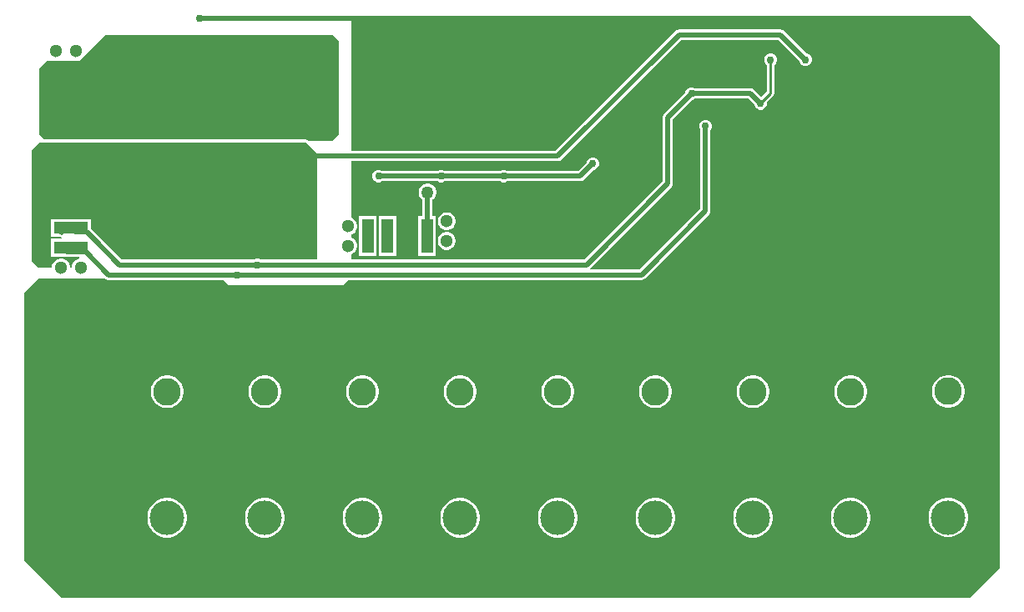
<source format=gbr>
%TF.GenerationSoftware,Altium Limited,Altium Designer,23.4.1 (23)*%
G04 Layer_Physical_Order=2*
G04 Layer_Color=16711680*
%FSLAX45Y45*%
%MOMM*%
%TF.SameCoordinates,D7948EBF-BAFE-4555-BCF9-67E6E8CB6B5E*%
%TF.FilePolarity,Positive*%
%TF.FileFunction,Copper,L2,Bot,Signal*%
%TF.Part,Single*%
G01*
G75*
%TA.AperFunction,Conductor*%
%ADD29C,0.25400*%
%ADD30C,0.50800*%
%TA.AperFunction,ComponentPad*%
%ADD32C,1.30000*%
%ADD33C,2.80000*%
%ADD34C,3.50000*%
%ADD35C,6.10000*%
%TA.AperFunction,ViaPad*%
%ADD36C,0.76200*%
%ADD37C,1.27000*%
%TA.AperFunction,SMDPad,CuDef*%
%ADD38R,1.30000X3.50000*%
%ADD39R,3.50000X1.30000*%
%ADD40R,8.75000X5.20000*%
G36*
X12611100Y8336815D02*
Y5054600D01*
D01*
X12611100Y3035300D01*
X12306299Y2730500D01*
X3098800Y2730501D01*
X2717800Y3111501D01*
Y5829301D01*
X2857500Y5969001D01*
X3136900Y5969001D01*
X3534282D01*
X3548879Y5959247D01*
X3568700Y5955305D01*
X4738096D01*
X4787901Y5905500D01*
X5949950D01*
X5999755Y5955305D01*
X8978900D01*
X8998721Y5959247D01*
X9015525Y5970475D01*
X9663225Y6618175D01*
X9674453Y6634979D01*
X9678395Y6654800D01*
X9678395Y6654801D01*
Y7480392D01*
X9680433Y7482430D01*
X9690100Y7505769D01*
Y7531031D01*
X9680433Y7554370D01*
X9662570Y7572233D01*
X9639231Y7581900D01*
X9613969D01*
X9590630Y7572233D01*
X9572767Y7554370D01*
X9563100Y7531031D01*
Y7505769D01*
X9572767Y7482430D01*
X9574805Y7480392D01*
Y6676254D01*
X8957446Y6058895D01*
X8459859D01*
X8456006Y6071595D01*
X8456725Y6072075D01*
X9282225Y6897575D01*
X9293453Y6914379D01*
X9297395Y6934200D01*
Y7585846D01*
X9496650Y7785100D01*
X9499531D01*
X9522870Y7794767D01*
X9524908Y7796805D01*
X10062346D01*
X10121900Y7737250D01*
Y7734369D01*
X10131567Y7711030D01*
X10149430Y7693167D01*
X10172769Y7683500D01*
X10198031D01*
X10221370Y7693167D01*
X10239233Y7711030D01*
X10248900Y7734369D01*
Y7755563D01*
X10314469Y7821131D01*
X10322889Y7833734D01*
X10325847Y7848600D01*
Y8140544D01*
X10340833Y8155530D01*
X10350500Y8178869D01*
Y8204131D01*
X10340833Y8227470D01*
X10322970Y8245333D01*
X10299631Y8255000D01*
X10274369D01*
X10251030Y8245333D01*
X10233167Y8227470D01*
X10223500Y8204131D01*
Y8178869D01*
X10233167Y8155530D01*
X10248153Y8140544D01*
Y7864691D01*
X10194556Y7811093D01*
X10120425Y7885225D01*
X10103621Y7896453D01*
X10083800Y7900395D01*
X9524908D01*
X9522870Y7902433D01*
X9499531Y7912100D01*
X9474269D01*
X9450930Y7902433D01*
X9433067Y7884570D01*
X9423400Y7861231D01*
Y7858350D01*
X9208975Y7643925D01*
X9197747Y7627121D01*
X9193805Y7607300D01*
Y6955654D01*
X8398646Y6160495D01*
X6038850D01*
Y6217459D01*
X6057907Y6228462D01*
X6074738Y6245293D01*
X6086639Y6265907D01*
X6092800Y6288899D01*
Y6312701D01*
X6086639Y6335693D01*
X6074738Y6356307D01*
X6057907Y6373138D01*
X6038850Y6384140D01*
Y6417460D01*
X6057907Y6428462D01*
X6074738Y6445293D01*
X6086639Y6465907D01*
X6092800Y6488899D01*
Y6512701D01*
X6086639Y6535693D01*
X6074738Y6556307D01*
X6057907Y6573138D01*
X6038850Y6584141D01*
Y7161805D01*
X8128000D01*
X8147821Y7165747D01*
X8164625Y7176975D01*
X9381354Y8393705D01*
X10367146D01*
X10579100Y8181751D01*
Y8178869D01*
X10588767Y8155530D01*
X10606630Y8137667D01*
X10629969Y8128000D01*
X10655231D01*
X10678570Y8137667D01*
X10696433Y8155530D01*
X10706100Y8178869D01*
Y8204131D01*
X10696433Y8227470D01*
X10678570Y8245333D01*
X10655231Y8255000D01*
X10652349D01*
X10425225Y8482125D01*
X10408421Y8493353D01*
X10388600Y8497295D01*
X9359900D01*
X9340079Y8493353D01*
X9323275Y8482125D01*
X8106546Y7265395D01*
X6038850D01*
Y8636000D01*
X12311916D01*
X12611100Y8336815D01*
D02*
G37*
G36*
X5905500Y8382000D02*
Y7429500D01*
X5842000Y7366000D01*
X5599225D01*
X5593612Y7371612D01*
X5585211Y7377226D01*
X5575300Y7379198D01*
X2920502D01*
X2870200Y7429500D01*
Y8102600D01*
X2946400Y8178800D01*
X3276600D01*
X3543300Y8445500D01*
X5842000D01*
X5905500Y8382000D01*
D02*
G37*
G36*
X5689600Y7239000D02*
Y6160495D01*
X5118008D01*
X5115970Y6162533D01*
X5092631Y6172200D01*
X5067369D01*
X5044030Y6162533D01*
X5041992Y6160495D01*
X3704454D01*
X3456634Y6408315D01*
X3452925Y6413867D01*
X3452924Y6413868D01*
X3389700Y6477092D01*
Y6573700D01*
X2988900D01*
Y6392900D01*
X3075511D01*
X3080379Y6389647D01*
X3096704Y6386400D01*
X3095453Y6373700D01*
X2988900D01*
Y6192900D01*
X3126411D01*
X3131279Y6189647D01*
X3151100Y6185705D01*
X3273132D01*
X3274804Y6173005D01*
X3254407Y6167539D01*
X3233793Y6155638D01*
X3216962Y6138807D01*
X3205061Y6118193D01*
X3198900Y6095201D01*
Y6083300D01*
X3179700D01*
Y6095201D01*
X3173539Y6118193D01*
X3161638Y6138807D01*
X3144807Y6155638D01*
X3124193Y6167539D01*
X3101201Y6173700D01*
X3077398D01*
X3054407Y6167539D01*
X3033793Y6155638D01*
X3016962Y6138807D01*
X3005061Y6118193D01*
X2998900Y6095201D01*
Y6083300D01*
X2857500D01*
X2794000Y6146800D01*
Y7277100D01*
X2870200Y7353300D01*
X5575300D01*
X5689600Y7239000D01*
D02*
G37*
%LPC*%
G36*
X8496231Y7200900D02*
X8470969D01*
X8447630Y7191233D01*
X8429767Y7173370D01*
X8420100Y7150031D01*
Y7147150D01*
X8335146Y7062195D01*
X7619908D01*
X7617870Y7064233D01*
X7594531Y7073900D01*
X7569269D01*
X7545930Y7064233D01*
X7543892Y7062195D01*
X6984908D01*
X6982870Y7064233D01*
X6959531Y7073900D01*
X6934269D01*
X6910930Y7064233D01*
X6908892Y7062195D01*
X6349908D01*
X6347870Y7064233D01*
X6324531Y7073900D01*
X6299269D01*
X6275930Y7064233D01*
X6258067Y7046370D01*
X6248400Y7023031D01*
Y6997769D01*
X6258067Y6974430D01*
X6275930Y6956567D01*
X6299269Y6946900D01*
X6324531D01*
X6347870Y6956567D01*
X6349908Y6958605D01*
X6908892D01*
X6910930Y6956567D01*
X6934269Y6946900D01*
X6959531D01*
X6982870Y6956567D01*
X6984908Y6958605D01*
X7543892D01*
X7545930Y6956567D01*
X7569269Y6946900D01*
X7594531D01*
X7617870Y6956567D01*
X7619908Y6958605D01*
X8356600D01*
X8376421Y6962547D01*
X8393225Y6973775D01*
X8493350Y7073900D01*
X8496231D01*
X8519570Y7083567D01*
X8537433Y7101430D01*
X8547100Y7124769D01*
Y7150031D01*
X8537433Y7173370D01*
X8519570Y7191233D01*
X8496231Y7200900D01*
D02*
G37*
G36*
X7014301Y6641200D02*
X6990499D01*
X6967507Y6635039D01*
X6946893Y6623138D01*
X6930062Y6606307D01*
X6918161Y6585693D01*
X6912000Y6562701D01*
Y6538899D01*
X6918161Y6515907D01*
X6930062Y6495293D01*
X6946893Y6478462D01*
X6967507Y6466561D01*
X6990499Y6460400D01*
X7014301D01*
X7037293Y6466561D01*
X7057907Y6478462D01*
X7074738Y6495293D01*
X7086639Y6515907D01*
X7092800Y6538899D01*
Y6562701D01*
X7086639Y6585693D01*
X7074738Y6606307D01*
X7057907Y6623138D01*
X7037293Y6635039D01*
X7014301Y6641200D01*
D02*
G37*
G36*
Y6441200D02*
X6990499D01*
X6967507Y6435039D01*
X6946893Y6423138D01*
X6930062Y6406307D01*
X6918161Y6385693D01*
X6912000Y6362702D01*
Y6338899D01*
X6918161Y6315907D01*
X6930062Y6295293D01*
X6946893Y6278462D01*
X6967507Y6266561D01*
X6990499Y6260400D01*
X7014301D01*
X7037293Y6266561D01*
X7057907Y6278462D01*
X7074738Y6295293D01*
X7086639Y6315907D01*
X7092800Y6338899D01*
Y6362702D01*
X7086639Y6385693D01*
X7074738Y6406307D01*
X7057907Y6423138D01*
X7037293Y6435039D01*
X7014301Y6441200D01*
D02*
G37*
G36*
X6818904Y6934200D02*
X6795496D01*
X6772886Y6928142D01*
X6752614Y6916438D01*
X6736062Y6899886D01*
X6724358Y6879614D01*
X6718300Y6857004D01*
Y6833596D01*
X6724358Y6810986D01*
X6736062Y6790714D01*
X6752614Y6774162D01*
X6753005Y6773937D01*
Y6601200D01*
X6712000D01*
Y6200400D01*
X6892800D01*
Y6601200D01*
X6856595D01*
Y6771165D01*
X6861786Y6774162D01*
X6878338Y6790714D01*
X6890042Y6810986D01*
X6896100Y6833596D01*
Y6857004D01*
X6890042Y6879614D01*
X6878338Y6899886D01*
X6861786Y6916438D01*
X6841514Y6928142D01*
X6818904Y6934200D01*
D02*
G37*
G36*
X6492800Y6601200D02*
X6312000D01*
Y6200400D01*
X6492800D01*
Y6601200D01*
D02*
G37*
G36*
X6292800D02*
X6112000D01*
Y6200400D01*
X6292800D01*
Y6601200D01*
D02*
G37*
G36*
X12106691Y4988700D02*
X12074109D01*
X12042154Y4982344D01*
X12012054Y4969876D01*
X11984964Y4951774D01*
X11961926Y4928736D01*
X11943824Y4901646D01*
X11931356Y4871546D01*
X11925000Y4839591D01*
Y4807009D01*
X11931356Y4775054D01*
X11943824Y4744954D01*
X11961926Y4717864D01*
X11984964Y4694826D01*
X12012054Y4676724D01*
X12042154Y4664256D01*
X12074109Y4657900D01*
X12106691D01*
X12138646Y4664256D01*
X12168746Y4676724D01*
X12195836Y4694826D01*
X12218874Y4717864D01*
X12236976Y4744954D01*
X12249444Y4775054D01*
X12255800Y4807009D01*
Y4839591D01*
X12249444Y4871546D01*
X12236976Y4901646D01*
X12218874Y4928736D01*
X12195836Y4951774D01*
X12168746Y4969876D01*
X12138646Y4982344D01*
X12106691Y4988700D01*
D02*
G37*
G36*
X11116091Y4985100D02*
X11083509D01*
X11051554Y4978744D01*
X11021454Y4966276D01*
X10994364Y4948175D01*
X10971326Y4925136D01*
X10953224Y4898046D01*
X10940756Y4867946D01*
X10934400Y4835991D01*
Y4803409D01*
X10940756Y4771455D01*
X10953224Y4741354D01*
X10971326Y4714264D01*
X10994364Y4691226D01*
X11021454Y4673125D01*
X11051554Y4660656D01*
X11083509Y4654300D01*
X11116091D01*
X11148046Y4660656D01*
X11178146Y4673125D01*
X11205236Y4691226D01*
X11228274Y4714264D01*
X11246376Y4741354D01*
X11258844Y4771455D01*
X11265200Y4803409D01*
Y4835991D01*
X11258844Y4867946D01*
X11246376Y4898046D01*
X11228274Y4925136D01*
X11205236Y4948175D01*
X11178146Y4966276D01*
X11148046Y4978744D01*
X11116091Y4985100D01*
D02*
G37*
G36*
X10125491D02*
X10092909D01*
X10060954Y4978744D01*
X10030854Y4966276D01*
X10003764Y4948175D01*
X9980726Y4925136D01*
X9962624Y4898046D01*
X9950156Y4867946D01*
X9943800Y4835991D01*
Y4803409D01*
X9950156Y4771455D01*
X9962624Y4741354D01*
X9980726Y4714264D01*
X10003764Y4691226D01*
X10030854Y4673125D01*
X10060954Y4660656D01*
X10092909Y4654300D01*
X10125491D01*
X10157446Y4660656D01*
X10187546Y4673125D01*
X10214636Y4691226D01*
X10237674Y4714264D01*
X10255776Y4741354D01*
X10268244Y4771455D01*
X10274600Y4803409D01*
Y4835991D01*
X10268244Y4867946D01*
X10255776Y4898046D01*
X10237674Y4925136D01*
X10214636Y4948175D01*
X10187546Y4966276D01*
X10157446Y4978744D01*
X10125491Y4985100D01*
D02*
G37*
G36*
X9134891D02*
X9102309D01*
X9070354Y4978744D01*
X9040254Y4966276D01*
X9013164Y4948175D01*
X8990126Y4925136D01*
X8972024Y4898046D01*
X8959556Y4867946D01*
X8953200Y4835991D01*
Y4803409D01*
X8959556Y4771455D01*
X8972024Y4741354D01*
X8990126Y4714264D01*
X9013164Y4691226D01*
X9040254Y4673125D01*
X9070354Y4660656D01*
X9102309Y4654300D01*
X9134891D01*
X9166846Y4660656D01*
X9196946Y4673125D01*
X9224036Y4691226D01*
X9247074Y4714264D01*
X9265176Y4741354D01*
X9277644Y4771455D01*
X9284000Y4803409D01*
Y4835991D01*
X9277644Y4867946D01*
X9265176Y4898046D01*
X9247074Y4925136D01*
X9224036Y4948175D01*
X9196946Y4966276D01*
X9166846Y4978744D01*
X9134891Y4985100D01*
D02*
G37*
G36*
X8144291D02*
X8111709D01*
X8079754Y4978744D01*
X8049654Y4966276D01*
X8022564Y4948175D01*
X7999526Y4925136D01*
X7981424Y4898046D01*
X7968956Y4867946D01*
X7962600Y4835991D01*
Y4803409D01*
X7968956Y4771455D01*
X7981424Y4741354D01*
X7999526Y4714264D01*
X8022564Y4691226D01*
X8049654Y4673125D01*
X8079754Y4660656D01*
X8111709Y4654300D01*
X8144291D01*
X8176246Y4660656D01*
X8206346Y4673125D01*
X8233436Y4691226D01*
X8256474Y4714264D01*
X8274576Y4741354D01*
X8287044Y4771455D01*
X8293400Y4803409D01*
Y4835991D01*
X8287044Y4867946D01*
X8274576Y4898046D01*
X8256474Y4925136D01*
X8233436Y4948175D01*
X8206346Y4966276D01*
X8176246Y4978744D01*
X8144291Y4985100D01*
D02*
G37*
G36*
X7153691D02*
X7121109D01*
X7089154Y4978744D01*
X7059054Y4966276D01*
X7031964Y4948175D01*
X7008926Y4925136D01*
X6990824Y4898046D01*
X6978356Y4867946D01*
X6972000Y4835991D01*
Y4803409D01*
X6978356Y4771455D01*
X6990824Y4741354D01*
X7008926Y4714264D01*
X7031964Y4691226D01*
X7059054Y4673125D01*
X7089154Y4660656D01*
X7121109Y4654300D01*
X7153691D01*
X7185646Y4660656D01*
X7215746Y4673125D01*
X7242836Y4691226D01*
X7265874Y4714264D01*
X7283976Y4741354D01*
X7296444Y4771455D01*
X7302800Y4803409D01*
Y4835991D01*
X7296444Y4867946D01*
X7283976Y4898046D01*
X7265874Y4925136D01*
X7242836Y4948175D01*
X7215746Y4966276D01*
X7185646Y4978744D01*
X7153691Y4985100D01*
D02*
G37*
G36*
X6163091D02*
X6130509D01*
X6098554Y4978744D01*
X6068454Y4966276D01*
X6041364Y4948175D01*
X6018326Y4925136D01*
X6000224Y4898046D01*
X5987756Y4867946D01*
X5981400Y4835991D01*
Y4803409D01*
X5987756Y4771455D01*
X6000224Y4741354D01*
X6018326Y4714264D01*
X6041364Y4691226D01*
X6068454Y4673125D01*
X6098554Y4660656D01*
X6130509Y4654300D01*
X6163091D01*
X6195046Y4660656D01*
X6225146Y4673125D01*
X6252236Y4691226D01*
X6275274Y4714264D01*
X6293376Y4741354D01*
X6305844Y4771455D01*
X6312200Y4803409D01*
Y4835991D01*
X6305844Y4867946D01*
X6293376Y4898046D01*
X6275274Y4925136D01*
X6252236Y4948175D01*
X6225146Y4966276D01*
X6195046Y4978744D01*
X6163091Y4985100D01*
D02*
G37*
G36*
X5172491D02*
X5139909D01*
X5107954Y4978744D01*
X5077854Y4966276D01*
X5050764Y4948175D01*
X5027726Y4925136D01*
X5009624Y4898046D01*
X4997156Y4867946D01*
X4990800Y4835991D01*
Y4803409D01*
X4997156Y4771455D01*
X5009624Y4741354D01*
X5027726Y4714264D01*
X5050764Y4691226D01*
X5077854Y4673125D01*
X5107954Y4660656D01*
X5139909Y4654300D01*
X5172491D01*
X5204446Y4660656D01*
X5234546Y4673125D01*
X5261636Y4691226D01*
X5284674Y4714264D01*
X5302776Y4741354D01*
X5315244Y4771455D01*
X5321600Y4803409D01*
Y4835991D01*
X5315244Y4867946D01*
X5302776Y4898046D01*
X5284674Y4925136D01*
X5261636Y4948175D01*
X5234546Y4966276D01*
X5204446Y4978744D01*
X5172491Y4985100D01*
D02*
G37*
G36*
X4181891D02*
X4149309D01*
X4117354Y4978744D01*
X4087254Y4966276D01*
X4060164Y4948175D01*
X4037126Y4925136D01*
X4019024Y4898046D01*
X4006556Y4867946D01*
X4000200Y4835991D01*
Y4803409D01*
X4006556Y4771455D01*
X4019024Y4741354D01*
X4037126Y4714264D01*
X4060164Y4691226D01*
X4087254Y4673125D01*
X4117354Y4660656D01*
X4149309Y4654300D01*
X4181891D01*
X4213846Y4660656D01*
X4243946Y4673125D01*
X4271036Y4691226D01*
X4294074Y4714264D01*
X4312176Y4741354D01*
X4324644Y4771455D01*
X4331000Y4803409D01*
Y4835991D01*
X4324644Y4867946D01*
X4312176Y4898046D01*
X4294074Y4925136D01*
X4271036Y4948175D01*
X4243946Y4966276D01*
X4213846Y4978744D01*
X4181891Y4985100D01*
D02*
G37*
G36*
X12110138Y3743700D02*
X12070662D01*
X12031945Y3735999D01*
X11995475Y3720892D01*
X11962652Y3698961D01*
X11934739Y3671048D01*
X11912808Y3638225D01*
X11897701Y3601755D01*
X11890000Y3563038D01*
Y3523562D01*
X11897701Y3484845D01*
X11912808Y3448375D01*
X11934739Y3415552D01*
X11962652Y3387639D01*
X11995475Y3365708D01*
X12031945Y3350601D01*
X12070662Y3342900D01*
X12110138D01*
X12148855Y3350601D01*
X12185325Y3365708D01*
X12218148Y3387639D01*
X12246061Y3415552D01*
X12267992Y3448375D01*
X12283099Y3484845D01*
X12290800Y3523562D01*
Y3563038D01*
X12283099Y3601755D01*
X12267992Y3638225D01*
X12246061Y3671048D01*
X12218148Y3698961D01*
X12185325Y3720892D01*
X12148855Y3735999D01*
X12110138Y3743700D01*
D02*
G37*
G36*
X11119538Y3740100D02*
X11080062D01*
X11041345Y3732399D01*
X11004875Y3717292D01*
X10972052Y3695361D01*
X10944139Y3667448D01*
X10922208Y3634625D01*
X10907101Y3598155D01*
X10899400Y3559438D01*
Y3519962D01*
X10907101Y3481246D01*
X10922208Y3444775D01*
X10944139Y3411953D01*
X10972052Y3384039D01*
X11004875Y3362108D01*
X11041345Y3347001D01*
X11080062Y3339300D01*
X11119538D01*
X11158255Y3347001D01*
X11194725Y3362108D01*
X11227548Y3384039D01*
X11255461Y3411953D01*
X11277392Y3444775D01*
X11292499Y3481246D01*
X11300200Y3519962D01*
Y3559438D01*
X11292499Y3598155D01*
X11277392Y3634625D01*
X11255461Y3667448D01*
X11227548Y3695361D01*
X11194725Y3717292D01*
X11158255Y3732399D01*
X11119538Y3740100D01*
D02*
G37*
G36*
X10128938D02*
X10089462D01*
X10050745Y3732399D01*
X10014275Y3717292D01*
X9981452Y3695361D01*
X9953539Y3667448D01*
X9931608Y3634625D01*
X9916501Y3598155D01*
X9908800Y3559438D01*
Y3519962D01*
X9916501Y3481246D01*
X9931608Y3444775D01*
X9953539Y3411953D01*
X9981452Y3384039D01*
X10014275Y3362108D01*
X10050745Y3347001D01*
X10089462Y3339300D01*
X10128938D01*
X10167655Y3347001D01*
X10204125Y3362108D01*
X10236948Y3384039D01*
X10264861Y3411953D01*
X10286792Y3444775D01*
X10301899Y3481246D01*
X10309600Y3519962D01*
Y3559438D01*
X10301899Y3598155D01*
X10286792Y3634625D01*
X10264861Y3667448D01*
X10236948Y3695361D01*
X10204125Y3717292D01*
X10167655Y3732399D01*
X10128938Y3740100D01*
D02*
G37*
G36*
X9138338D02*
X9098862D01*
X9060145Y3732399D01*
X9023675Y3717292D01*
X8990852Y3695361D01*
X8962939Y3667448D01*
X8941008Y3634625D01*
X8925901Y3598155D01*
X8918200Y3559438D01*
Y3519962D01*
X8925901Y3481246D01*
X8941008Y3444775D01*
X8962939Y3411953D01*
X8990852Y3384039D01*
X9023675Y3362108D01*
X9060145Y3347001D01*
X9098862Y3339300D01*
X9138338D01*
X9177055Y3347001D01*
X9213525Y3362108D01*
X9246348Y3384039D01*
X9274261Y3411953D01*
X9296192Y3444775D01*
X9311299Y3481246D01*
X9319000Y3519962D01*
Y3559438D01*
X9311299Y3598155D01*
X9296192Y3634625D01*
X9274261Y3667448D01*
X9246348Y3695361D01*
X9213525Y3717292D01*
X9177055Y3732399D01*
X9138338Y3740100D01*
D02*
G37*
G36*
X8147738D02*
X8108262D01*
X8069545Y3732399D01*
X8033075Y3717292D01*
X8000252Y3695361D01*
X7972339Y3667448D01*
X7950408Y3634625D01*
X7935301Y3598155D01*
X7927600Y3559438D01*
Y3519962D01*
X7935301Y3481246D01*
X7950408Y3444775D01*
X7972339Y3411953D01*
X8000252Y3384039D01*
X8033075Y3362108D01*
X8069545Y3347001D01*
X8108262Y3339300D01*
X8147738D01*
X8186455Y3347001D01*
X8222925Y3362108D01*
X8255748Y3384039D01*
X8283661Y3411953D01*
X8305592Y3444775D01*
X8320699Y3481246D01*
X8328400Y3519962D01*
Y3559438D01*
X8320699Y3598155D01*
X8305592Y3634625D01*
X8283661Y3667448D01*
X8255748Y3695361D01*
X8222925Y3717292D01*
X8186455Y3732399D01*
X8147738Y3740100D01*
D02*
G37*
G36*
X7157138D02*
X7117662D01*
X7078945Y3732399D01*
X7042475Y3717292D01*
X7009652Y3695361D01*
X6981739Y3667448D01*
X6959808Y3634625D01*
X6944701Y3598155D01*
X6937000Y3559438D01*
Y3519962D01*
X6944701Y3481246D01*
X6959808Y3444775D01*
X6981739Y3411953D01*
X7009652Y3384039D01*
X7042475Y3362108D01*
X7078945Y3347001D01*
X7117662Y3339300D01*
X7157138D01*
X7195855Y3347001D01*
X7232325Y3362108D01*
X7265148Y3384039D01*
X7293061Y3411953D01*
X7314992Y3444775D01*
X7330099Y3481246D01*
X7337800Y3519962D01*
Y3559438D01*
X7330099Y3598155D01*
X7314992Y3634625D01*
X7293061Y3667448D01*
X7265148Y3695361D01*
X7232325Y3717292D01*
X7195855Y3732399D01*
X7157138Y3740100D01*
D02*
G37*
G36*
X6166538D02*
X6127062D01*
X6088345Y3732399D01*
X6051875Y3717292D01*
X6019052Y3695361D01*
X5991139Y3667448D01*
X5969208Y3634625D01*
X5954101Y3598155D01*
X5946400Y3559438D01*
Y3519962D01*
X5954101Y3481246D01*
X5969208Y3444775D01*
X5991139Y3411953D01*
X6019052Y3384039D01*
X6051875Y3362108D01*
X6088345Y3347001D01*
X6127062Y3339300D01*
X6166538D01*
X6205255Y3347001D01*
X6241725Y3362108D01*
X6274548Y3384039D01*
X6302461Y3411953D01*
X6324392Y3444775D01*
X6339499Y3481246D01*
X6347200Y3519962D01*
Y3559438D01*
X6339499Y3598155D01*
X6324392Y3634625D01*
X6302461Y3667448D01*
X6274548Y3695361D01*
X6241725Y3717292D01*
X6205255Y3732399D01*
X6166538Y3740100D01*
D02*
G37*
G36*
X5175938D02*
X5136462D01*
X5097745Y3732399D01*
X5061275Y3717292D01*
X5028452Y3695361D01*
X5000539Y3667448D01*
X4978608Y3634625D01*
X4963501Y3598155D01*
X4955800Y3559438D01*
Y3519962D01*
X4963501Y3481246D01*
X4978608Y3444775D01*
X5000539Y3411953D01*
X5028452Y3384039D01*
X5061275Y3362108D01*
X5097745Y3347001D01*
X5136462Y3339300D01*
X5175938D01*
X5214655Y3347001D01*
X5251125Y3362108D01*
X5283948Y3384039D01*
X5311861Y3411953D01*
X5333792Y3444775D01*
X5348899Y3481246D01*
X5356600Y3519962D01*
Y3559438D01*
X5348899Y3598155D01*
X5333792Y3634625D01*
X5311861Y3667448D01*
X5283948Y3695361D01*
X5251125Y3717292D01*
X5214655Y3732399D01*
X5175938Y3740100D01*
D02*
G37*
G36*
X4185338D02*
X4145862D01*
X4107145Y3732399D01*
X4070675Y3717292D01*
X4037852Y3695361D01*
X4009939Y3667448D01*
X3988008Y3634625D01*
X3972901Y3598155D01*
X3965200Y3559438D01*
Y3519962D01*
X3972901Y3481246D01*
X3988008Y3444775D01*
X4009939Y3411953D01*
X4037852Y3384039D01*
X4070675Y3362108D01*
X4107145Y3347001D01*
X4145862Y3339300D01*
X4185338D01*
X4224055Y3347001D01*
X4260525Y3362108D01*
X4293348Y3384039D01*
X4321261Y3411953D01*
X4343192Y3444775D01*
X4358299Y3481246D01*
X4366000Y3519962D01*
Y3559438D01*
X4358299Y3598155D01*
X4343192Y3634625D01*
X4321261Y3667448D01*
X4293348Y3695361D01*
X4260525Y3717292D01*
X4224055Y3732399D01*
X4185338Y3740100D01*
D02*
G37*
%LPD*%
D29*
X10185400Y7747000D02*
X10287000Y7848600D01*
Y8191500D01*
D30*
X6802400Y6400800D02*
X6804800Y6403200D01*
Y6842900D01*
X6807200Y6845300D01*
X8128000Y7213600D02*
X9359900Y8445500D01*
X10388600D02*
X10642600Y8191500D01*
X9359900Y8445500D02*
X10388600D01*
X8420100Y6108700D02*
X9245600Y6934200D01*
Y7607300D02*
X9486900Y7848600D01*
X9245600Y6934200D02*
Y7607300D01*
X6802400Y6375400D02*
X6804800Y6377800D01*
X6311900Y7010400D02*
X6946900D01*
X7581900D01*
X5566527Y7213600D02*
X8128000D01*
X7581900Y7010400D02*
X8356600D01*
X8483600Y7137400D01*
X3683000Y6108700D02*
X5080000D01*
X3416300Y6375400D02*
X3683000Y6108700D01*
X3228900Y6443700D02*
X3349842D01*
X3416300Y6377242D01*
Y6375400D02*
Y6377242D01*
X4495800Y8610600D02*
X6057900D01*
X6350000Y8534400D02*
X6377977Y8506423D01*
X6057900Y8610600D02*
X6134100Y8534400D01*
X6350000D01*
X3568700Y6007100D02*
X8978900D01*
X3338300Y6237500D02*
X3568700Y6007100D01*
X3189300Y6483300D02*
X3228900Y6443700D01*
X3151100Y6237500D02*
X3338300D01*
X3124200Y6264400D02*
X3151100Y6237500D01*
X5080000Y6108700D02*
X8420100D01*
X3073400Y6464300D02*
X3100200Y6437500D01*
X8978900Y6007100D02*
X9626600Y6654800D01*
Y7518400D01*
X10083800Y7848600D02*
X10185400Y7747000D01*
X9486900Y7848600D02*
X10083800D01*
D32*
X6002400Y6300800D02*
D03*
Y6500800D02*
D03*
X7002400Y6550800D02*
D03*
Y6350800D02*
D03*
X3039300Y8283300D02*
D03*
X3239300D02*
D03*
X3089300Y6083300D02*
D03*
X3289300D02*
D03*
D33*
X12090400Y4273300D02*
D03*
Y4823300D02*
D03*
X11099800Y4819700D02*
D03*
Y4269700D02*
D03*
X10109200Y4819700D02*
D03*
Y4269700D02*
D03*
X9118600Y4819700D02*
D03*
Y4269700D02*
D03*
X8128000Y4819700D02*
D03*
Y4269700D02*
D03*
X7137400Y4819700D02*
D03*
Y4269700D02*
D03*
X6146800Y4819700D02*
D03*
Y4269700D02*
D03*
X5156200Y4819700D02*
D03*
Y4269700D02*
D03*
X4165600Y4819700D02*
D03*
Y4269700D02*
D03*
D34*
X12090400Y3543300D02*
D03*
X11099800Y3539700D02*
D03*
X10109200D02*
D03*
X9118600D02*
D03*
X8128000D02*
D03*
X7137400D02*
D03*
X6146800D02*
D03*
X5156200D02*
D03*
X4165600D02*
D03*
D35*
X11850700Y7476900D02*
D03*
X11965000Y5610000D02*
D03*
X3290900Y3095400D02*
D03*
D36*
X10287000Y8191500D02*
D03*
X8026400Y7429500D02*
D03*
X8483600Y7137400D02*
D03*
X6946900Y7010400D02*
D03*
X6311900D02*
D03*
X7581900D02*
D03*
X8674100Y8039100D02*
D03*
X5080000Y6108700D02*
D03*
X4876800Y6007100D02*
D03*
X4495800Y8610600D02*
D03*
X10045700Y7988300D02*
D03*
X9232900Y7810500D02*
D03*
X9486900Y7848600D02*
D03*
X10185400Y7747000D02*
D03*
X10642600Y8191500D02*
D03*
X9626600Y7518400D02*
D03*
X10731500Y7975600D02*
D03*
D37*
X6807200Y6845300D02*
D03*
X5664200Y7581900D02*
D03*
X5473700D02*
D03*
X5664200Y7759700D02*
D03*
X5473700D02*
D03*
X5664200Y7937500D02*
D03*
X5473700D02*
D03*
X5664200Y8115300D02*
D03*
X5473700D02*
D03*
X5664200Y8293100D02*
D03*
X5473700D02*
D03*
X3479800Y5029200D02*
D03*
X3302000D02*
D03*
X3124200D02*
D03*
Y4673600D02*
D03*
Y4851400D02*
D03*
X3302000D02*
D03*
Y4673600D02*
D03*
X3479800D02*
D03*
Y4851400D02*
D03*
D38*
X6202400Y6400800D02*
D03*
X6402400D02*
D03*
X6602400D02*
D03*
X6802400D02*
D03*
D39*
X3189300Y7283300D02*
D03*
Y7083300D02*
D03*
Y6883300D02*
D03*
Y6683300D02*
D03*
Y6483300D02*
D03*
Y6283300D02*
D03*
Y7483300D02*
D03*
Y7683300D02*
D03*
Y7883300D02*
D03*
Y8083300D02*
D03*
D40*
X4961947Y6650300D02*
D03*
Y5570300D02*
D03*
X3933247Y6650300D02*
D03*
Y5570300D02*
D03*
%TF.MD5,21a7f9a65995ea03852161744306836c*%
M02*

</source>
